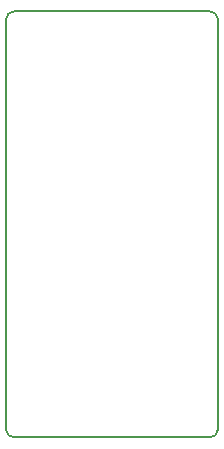
<source format=gm1>
G04 #@! TF.GenerationSoftware,KiCad,Pcbnew,7.0.10*
G04 #@! TF.CreationDate,2024-03-05T04:01:16-05:00*
G04 #@! TF.ProjectId,GW28R8128,47573238-5238-4313-9238-2e6b69636164,rev?*
G04 #@! TF.SameCoordinates,Original*
G04 #@! TF.FileFunction,Profile,NP*
%FSLAX46Y46*%
G04 Gerber Fmt 4.6, Leading zero omitted, Abs format (unit mm)*
G04 Created by KiCad (PCBNEW 7.0.10) date 2024-03-05 04:01:16*
%MOMM*%
%LPD*%
G01*
G04 APERTURE LIST*
G04 #@! TA.AperFunction,Profile*
%ADD10C,0.150000*%
G04 #@! TD*
G04 APERTURE END LIST*
D10*
X39941500Y-18796000D02*
G75*
G03*
X39306500Y-19431000I0J-635000D01*
G01*
X39306500Y-54229000D02*
X39306500Y-19431000D01*
X57213500Y-19431000D02*
G75*
G03*
X56578500Y-18796000I-635000J0D01*
G01*
X56578500Y-54864000D02*
G75*
G03*
X57213500Y-54229000I0J635000D01*
G01*
X39306500Y-54229000D02*
G75*
G03*
X39941500Y-54864000I635000J0D01*
G01*
X56578500Y-54864000D02*
X39941500Y-54864000D01*
X39941500Y-18796000D02*
X56578500Y-18796000D01*
X57213500Y-19431000D02*
X57213500Y-54229000D01*
M02*

</source>
